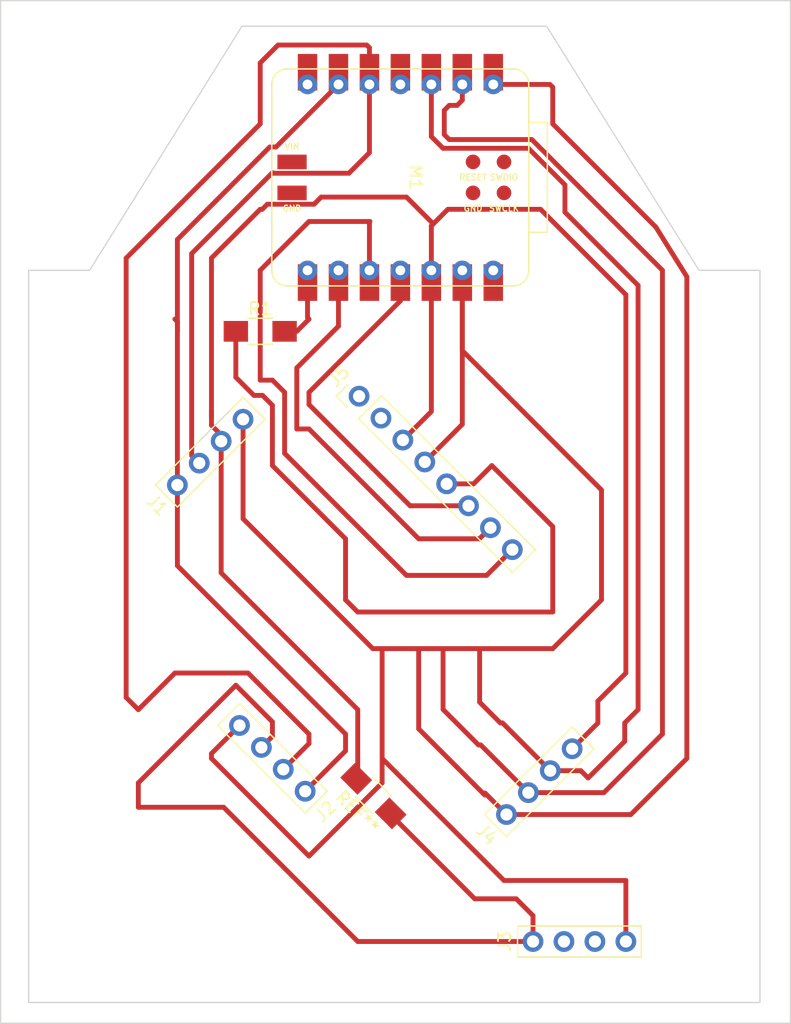
<source format=kicad_pcb>
(kicad_pcb (version 20221018) (generator pcbnew)
  (layers (0 "F.Cu" signal) (31 "B.Cu" signal) (34 "B.Paste" user) (35 "F.Paste" user) (36 "B.SilkS" user "B.Silkscreen") (37 "F.SilkS" user "F.Silkscreen") (38 "B.Mask" user) (39 "F.Mask" user) (44 "Edge.Cuts" user))
  (net 0 "")
  (net 1 "SDA")
  (net 2 "PWR_3V3")
  (net 3 "SCL")
  (net 8 "CS")
  (net 9 "MOSI")
  (net 10 "CLK")
  (net 11 "MISO")
  (net 14 "PWR_5V")
  (net 21 "B1")
  (net 22 "CS1")
  (footprint "fab:SeeedStudio_XIAO_RP2040" (layer "F.Cu") (at 130.5 72.385 -90)
    (fp_text reference "M1" (at 0 -1.27 -90 unlocked) (layer "F.SilkS"))
    (fp_text value "Module_XIAO-RP2040")
    (fp_text user "SWDIO" (at 0 -8.5 unlocked) (layer "F.SilkS") (effects (font (size 0.5 0.5) (thickness 0.1) bold)))
    (fp_text user "SWCLK" (at 2.54 -8.5 unlocked) (layer "F.SilkS") (effects (font (size 0.5 0.5) (thickness 0.1) bold)))
    (fp_text user "RESET" (at 0 -5.96 unlocked) (layer "F.SilkS") (effects (font (size 0.5 0.5) (thickness 0.1) bold)))
    (fp_text user "GND" (at 2.545 8.89 unlocked) (layer "F.SilkS") (effects (font (size 0.5 0.5) (thickness 0.1) bold)))
    (fp_text user "VIN" (at -2.535 8.89 unlocked) (layer "F.SilkS") (effects (font (size 0.5 0.5) (thickness 0.1) bold)))
    (fp_text user "GND" (at 2.54 -5.96 unlocked) (layer "F.SilkS") (effects (font (size 0.5 0.5) (thickness 0.1) bold)))
    (fp_line (start -8.8875 9.281) (end -8.8875 -9.261) (stroke (width 0.12)) (layer "F.SilkS"))
    (fp_line (start -7.6175 -10.531) (end 7.6225 -10.531) (stroke (width 0.12)) (layer "F.SilkS"))
    (fp_line (start 7.6225 10.551) (end -7.6175 10.551) (stroke (width 0.12)) (layer "F.SilkS"))
    (fp_line (start 8.8925 -9.261) (end 8.8925 9.281) (stroke (width 0.12)) (layer "F.SilkS"))
    (fp_rect (start -4.4975 -10.531) (end 4.5025 -12.055) (stroke (width 0.12)) (fill none) (layer "F.SilkS"))
    (fp_arc (start -8.8875 -9.261) (mid -8.515526 -10.159026) (end -7.6175 -10.531) (stroke (width 0.12)) (layer "F.SilkS"))
    (fp_arc (start -7.6175 10.551) (mid -8.515526 10.179026) (end -8.8875 9.281) (stroke (width 0.12)) (layer "F.SilkS"))
    (fp_arc (start 7.6225 -10.531) (mid 8.520526 -10.159026) (end 8.8925 -9.261) (stroke (width 0.12)) (layer "F.SilkS"))
    (fp_arc (start 8.8925 9.281) (mid 8.520526 10.179026) (end 7.6225 10.551) (stroke (width 0.12)) (layer "F.SilkS"))
    (pad "1" thru_hole circle (at -7.615 -7.62 270) (size 1.6 1.6) (drill 0.8) (layers "*.Cu" "*.Mask") (net 21 "B1"))
    (pad "1" smd rect (at -7.615 -7.62 270) (size 3 1.6) (drill (offset -1 0)) (layers "F.Cu" "F.Paste" "F.Mask") (net 21 "B1"))
    (pad "2" thru_hole circle (at -7.615 -5.08 270) (size 1.6 1.6) (drill 0.8) (layers "*.Cu" "*.Mask") (net 21 "B1"))
    (pad "2" smd rect (at -7.615 -5.08 270) (size 3 1.6) (drill (offset -1 0)) (layers "F.Cu" "F.Paste" "F.Mask") (net 21 "B1"))
    (pad "3" thru_hole circle (at -7.615 -2.54 270) (size 1.6 1.6) (drill 0.8) (layers "*.Cu" "*.Mask") (net 21 "B1"))
    (pad "3" smd rect (at -7.615 -2.54 270) (size 3 1.6) (drill (offset -1 0)) (layers "F.Cu" "F.Paste" "F.Mask") (net 21 "B1"))
    (pad "4" thru_hole circle (at -7.615 0 270) (size 1.6 1.6) (drill 0.8) (layers "*.Cu" "*.Mask"))
    (pad "4" smd rect (at -7.615 0 270) (size 3 1.6) (drill (offset -1 0)) (layers "F.Cu" "F.Paste" "F.Mask"))
    (pad "5" thru_hole circle (at -7.615 2.54 270) (size 1.6 1.6) (drill 0.8) (layers "*.Cu" "*.Mask") (net 1 "SDA"))
    (pad "5" smd rect (at -7.615 2.54 270) (size 3 1.6) (drill (offset -1 0)) (layers "F.Cu" "F.Paste" "F.Mask") (net 1 "SDA"))
    (pad "6" thru_hole circle (at -7.615 5.08 270) (size 1.6 1.6) (drill 0.8) (layers "*.Cu" "*.Mask") (net 3 "SCL"))
    (pad "6" smd rect (at -7.615 5.08 270) (size 3 1.6) (drill (offset -1 0)) (layers "F.Cu" "F.Paste" "F.Mask") (net 3 "SCL"))
    (pad "7" thru_hole circle (at -7.615 7.62 270) (size 1.6 1.6) (drill 0.8) (layers "*.Cu" "*.Mask"))
    (pad "7" smd rect (at -7.615 7.62 270) (size 3 1.6) (drill (offset -1 0)) (layers "F.Cu" "F.Paste" "F.Mask"))
    (pad "8" thru_hole circle (at 7.62 7.62 270) (size 1.6 1.6) (drill 0.8) (layers "*.Cu" "*.Mask") (net 8 "CS"))
    (pad "8" smd rect (at 7.62 7.62 270) (size 3 1.6) (drill (offset 1 0)) (layers "F.Cu" "F.Paste" "F.Mask") (net 8 "CS"))
    (pad "9" thru_hole circle (at 7.62 5.08 270) (size 1.6 1.6) (drill 0.8) (layers "*.Cu" "*.Mask") (net 10 "CLK"))
    (pad "9" smd rect (at 7.62 5.08 270) (size 3 1.6) (drill (offset 1 0)) (layers "F.Cu" "F.Paste" "F.Mask") (net 10 "CLK"))
    (pad "10" thru_hole circle (at 7.62 2.54 270) (size 1.6 1.6) (drill 0.8) (layers "*.Cu" "*.Mask") (net 11 "MISO"))
    (pad "10" smd rect (at 7.62 2.54 270) (size 3 1.6) (drill (offset 1 0)) (layers "F.Cu" "F.Paste" "F.Mask") (net 11 "MISO"))
    (pad "11" thru_hole circle (at 7.62 0 270) (size 1.6 1.6) (drill 0.8) (layers "*.Cu" "*.Mask") (net 9 "MOSI"))
    (pad "11" smd rect (at 7.62 0 270) (size 3 1.6) (drill (offset 1 0)) (layers "F.Cu" "F.Paste" "F.Mask") (net 9 "MOSI"))
    (pad "12" thru_hole circle (at 7.62 -2.54 270) (size 1.6 1.6) (drill 0.8) (layers "*.Cu" "*.Mask") (net 2 "PWR_3V3"))
    (pad "12" smd rect (at 7.62 -2.54 270) (size 3 1.6) (drill (offset 1 0)) (layers "F.Cu" "F.Paste" "F.Mask") (net 2 "PWR_3V3"))
    (pad "13" thru_hole circle (at 7.62 -5.08 270) (size 1.6 1.6) (drill 0.8) (layers "*.Cu" "*.Mask") (net 21 "B1"))
    (pad "13" smd rect (at 7.62 -5.08 270) (size 3 1.6) (drill (offset 1 0)) (layers "F.Cu" "F.Paste" "F.Mask") (net 21 "B1"))
    (pad "14" thru_hole circle (at 7.62 -7.62 270) (size 1.6 1.6) (drill 0.8) (layers "*.Cu" "*.Mask") (net 14 "PWR_5V"))
    (pad "14" smd rect (at 7.62 -7.62 270) (size 3 1.6) (drill (offset 1 0)) (layers "F.Cu" "F.Paste" "F.Mask") (net 14 "PWR_5V"))
    (pad "15" smd rect (at 1.275 8.89 180) (size 2.4 1.2) (layers "F.Cu" "F.Paste" "F.Mask"))
    (pad "16" smd rect (at -1.265 8.89 180) (size 2.4 1.2) (layers "F.Cu" "F.Paste" "F.Mask"))
    (pad "17" smd circle (at -1.27 -8.5 270) (size 1.2 1.2) (layers "F.Cu" "F.Paste" "F.Mask"))
    (pad "18" smd circle (at -1.27 -5.96 270) (size 1.2 1.2) (layers "F.Cu" "F.Paste" "F.Mask"))
    (pad "19" smd circle (at 1.27 -5.96 270) (size 1.2 1.2) (layers "F.Cu" "F.Paste" "F.Mask"))
    (pad "20" smd circle (at 1.27 -8.5 270) (size 1.2 1.2) (layers "F.Cu" "F.Paste" "F.Mask"))
  )
  (footprint "fab:PinHeader_1x04_P2.54mm_Vertical_THT_D1mm" (layer "F.Cu") (at 112.203949 97.596051 135)
    (fp_text reference "J1" (at 0 -2.33 135) (layer "F.SilkS"))
    (fp_text value "Conn_PinHeader_1x04_P2.54mm_Vertical_THT_D1mm")
    (fp_line (start -1.27 -1.27) (end -1.27 8.89) (stroke (width 0.12)) (layer "F.SilkS"))
    (fp_line (start -1.27 -1.27) (end 1.27 -1.27) (stroke (width 0.12)) (layer "F.SilkS"))
    (fp_line (start -1.27 8.89) (end 1.27 8.89) (stroke (width 0.12)) (layer "F.SilkS"))
    (fp_line (start 1.27 -1.27) (end 1.27 8.89) (stroke (width 0.12)) (layer "F.SilkS"))
    (pad "1" thru_hole oval (at 0 0 135) (size 1.7 1.7) (drill 1) (layers "*.Cu" "*.Mask") (net 3 "SCL"))
    (pad "2" thru_hole oval (at 0 2.54 135) (size 1.7 1.7) (drill 1) (layers "*.Cu" "*.Mask") (net 1 "SDA"))
    (pad "3" thru_hole oval (at 0 5.08 135) (size 1.7 1.7) (drill 1) (layers "*.Cu" "*.Mask") (net 2 "PWR_3V3"))
    (pad "4" thru_hole oval (at 0 7.62 135) (size 1.7 1.7) (drill 1) (layers "*.Cu" "*.Mask") (net 21 "B1"))
  )
  (footprint "fab:R_1206" (layer "F.Cu") (at 119 85)
    (fp_text reference "R1" (at 0 -1.85) (layer "F.SilkS"))
    (fp_text value "R_1206")
    (fp_line (start -1 -1.07) (end 1 -1.07) (stroke (width 0.12)) (layer "F.SilkS"))
    (fp_line (start 1 1.07) (end -1 1.07) (stroke (width 0.12)) (layer "F.SilkS"))
    (pad "1" smd rect (at -2 0) (size 2 1.7) (layers "F.Cu" "F.Paste" "F.Mask") (net 22 "CS1"))
    (pad "2" smd rect (at 2 0) (size 2 1.7) (layers "F.Cu" "F.Paste" "F.Mask") (net 8 "CS"))
  )
  (footprint "fab:R_1206" (layer "F.Cu") (at 128.285786 123.085786 135)
    (fp_text reference "REF**" (at 0 -1.85 135) (layer "F.SilkS"))
    (fp_text value "R_1206")
    (fp_line (start -1 -1.07) (end 1 -1.07) (stroke (width 0.12)) (layer "F.SilkS"))
    (fp_line (start 1 1.07) (end -1 1.07) (stroke (width 0.12)) (layer "F.SilkS"))
    (pad "1" smd rect (at -2 0 135) (size 2 1.7) (layers "F.Cu" "F.Paste" "F.Mask"))
    (pad "2" smd rect (at 2 0 135) (size 2 1.7) (layers "F.Cu" "F.Paste" "F.Mask"))
  )
  (footprint "fab:PinHeader_1x04_P2.54mm_Vertical_THT_D1mm" (layer "F.Cu") (at 122.687006 122.687006 -135)
    (fp_text reference "J2" (at 0 -2.33 45) (layer "F.SilkS"))
    (fp_text value "Conn_PinHeader_1x04_P2.54mm_Vertical_THT_D1mm")
    (fp_line (start -1.27 -1.27) (end -1.27 8.89) (stroke (width 0.12)) (layer "F.SilkS"))
    (fp_line (start -1.27 -1.27) (end 1.27 -1.27) (stroke (width 0.12)) (layer "F.SilkS"))
    (fp_line (start -1.27 8.89) (end 1.27 8.89) (stroke (width 0.12)) (layer "F.SilkS"))
    (fp_line (start 1.27 -1.27) (end 1.27 8.89) (stroke (width 0.12)) (layer "F.SilkS"))
    (pad "1" thru_hole oval (at 0 0 225) (size 1.7 1.7) (drill 1) (layers "*.Cu" "*.Mask") (net 3 "SCL"))
    (pad "2" thru_hole oval (at 0 2.54 225) (size 1.7 1.7) (drill 1) (layers "*.Cu" "*.Mask") (net 1 "SDA"))
    (pad "3" thru_hole oval (at 0 5.08 225) (size 1.7 1.7) (drill 1) (layers "*.Cu" "*.Mask") (net 2 "PWR_3V3"))
    (pad "4" thru_hole oval (at 0 7.62 225) (size 1.7 1.7) (drill 1) (layers "*.Cu" "*.Mask") (net 21 "B1"))
  )
  (footprint "fab:PinHeader_1x04_P2.54mm_Vertical_THT_D1mm" (layer "F.Cu") (at 141.38 135 90)
    (fp_text reference "J3" (at 0 -2.33 90) (layer "F.SilkS"))
    (fp_text value "Conn_PinHeader_1x04_P2.54mm_Vertical_THT_D1mm")
    (fp_line (start -1.27 -1.27) (end -1.27 8.89) (stroke (width 0.12)) (layer "F.SilkS"))
    (fp_line (start -1.27 -1.27) (end 1.27 -1.27) (stroke (width 0.12)) (layer "F.SilkS"))
    (fp_line (start -1.27 8.89) (end 1.27 8.89) (stroke (width 0.12)) (layer "F.SilkS"))
    (fp_line (start 1.27 -1.27) (end 1.27 8.89) (stroke (width 0.12)) (layer "F.SilkS"))
    (pad "1" thru_hole oval (at 0 0 90) (size 1.7 1.7) (drill 1) (layers "*.Cu" "*.Mask") (net 2 "PWR_3V3"))
    (pad "2" thru_hole oval (at 0 2.54 90) (size 1.7 1.7) (drill 1) (layers "*.Cu" "*.Mask"))
    (pad "3" thru_hole oval (at 0 5.08 90) (size 1.7 1.7) (drill 1) (layers "*.Cu" "*.Mask"))
    (pad "4" thru_hole oval (at 0 7.62 90) (size 1.7 1.7) (drill 1) (layers "*.Cu" "*.Mask") (net 21 "B1"))
  )
  (footprint "fab:PinHeader_1x04_P2.54mm_Vertical_THT_D1mm" (layer "F.Cu") (at 139.203949 124.596051 135)
    (fp_text reference "J4" (at 0 -2.33 135) (layer "F.SilkS"))
    (fp_text value "Conn_PinHeader_1x04_P2.54mm_Vertical_THT_D1mm")
    (fp_line (start -1.27 -1.27) (end -1.27 8.89) (stroke (width 0.12)) (layer "F.SilkS"))
    (fp_line (start -1.27 -1.27) (end 1.27 -1.27) (stroke (width 0.12)) (layer "F.SilkS"))
    (fp_line (start -1.27 8.89) (end 1.27 8.89) (stroke (width 0.12)) (layer "F.SilkS"))
    (fp_line (start 1.27 -1.27) (end 1.27 8.89) (stroke (width 0.12)) (layer "F.SilkS"))
    (pad "1" thru_hole oval (at 0 0 135) (size 1.7 1.7) (drill 1) (layers "*.Cu" "*.Mask") (net 21 "B1"))
    (pad "2" thru_hole oval (at 0 2.54 135) (size 1.7 1.7) (drill 1) (layers "*.Cu" "*.Mask") (net 21 "B1"))
    (pad "3" thru_hole oval (at 0 5.08 135) (size 1.7 1.7) (drill 1) (layers "*.Cu" "*.Mask") (net 21 "B1"))
    (pad "4" thru_hole oval (at 0 7.62 135) (size 1.7 1.7) (drill 1) (layers "*.Cu" "*.Mask") (net 2 "PWR_3V3"))
  )
  (footprint "fab:PinHeader_1x08_P2.54mm_Vertical_THT_D1mm" (layer "F.Cu") (at 127.111846 90.315795 45)
    (fp_text reference "J5" (at 0 -2.33 45) (layer "F.SilkS"))
    (fp_text value "Conn_PinHeader_1x08_P2.54mm_Vertical_THT_D1mm")
    (fp_line (start -1.33 -1.33) (end 0 -1.33) (stroke (width 0.12)) (layer "F.SilkS"))
    (fp_line (start -1.33 0) (end -1.33 -1.33) (stroke (width 0.12)) (layer "F.SilkS"))
    (fp_line (start -1.33 1.27) (end -1.33 19.11) (stroke (width 0.12)) (layer "F.SilkS"))
    (fp_line (start -1.33 1.27) (end 1.33 1.27) (stroke (width 0.12)) (layer "F.SilkS"))
    (fp_line (start -1.33 19.11) (end 1.33 19.11) (stroke (width 0.12)) (layer "F.SilkS"))
    (fp_line (start 1.33 1.27) (end 1.33 19.11) (stroke (width 0.12)) (layer "F.SilkS"))
    (pad "1" thru_hole circle (at 0 0 45) (size 1.7 1.7) (drill 1) (layers "*.Cu" "*.Mask"))
    (pad "2" thru_hole oval (at 0 2.54 45) (size 1.7 1.7) (drill 1) (layers "*.Cu" "*.Mask"))
    (pad "3" thru_hole oval (at 0 5.08 45) (size 1.7 1.7) (drill 1) (layers "*.Cu" "*.Mask") (net 2 "PWR_3V3"))
    (pad "4" thru_hole oval (at 0 7.62 45) (size 1.7 1.7) (drill 1) (layers "*.Cu" "*.Mask") (net 21 "B1"))
    (pad "5" thru_hole oval (at 0 10.16 45) (size 1.7 1.7) (drill 1) (layers "*.Cu" "*.Mask") (net 22 "CS1"))
    (pad "6" thru_hole oval (at 0 12.7 45) (size 1.7 1.7) (drill 1) (layers "*.Cu" "*.Mask") (net 9 "MOSI"))
    (pad "7" thru_hole oval (at 0 15.24 45) (size 1.7 1.7) (drill 1) (layers "*.Cu" "*.Mask") (net 10 "CLK"))
    (pad "8" thru_hole oval (at 0 17.78 45) (size 1.7 1.7) (drill 1) (layers "*.Cu" "*.Mask") (net 11 "MISO"))
  )
  (gr_line (start 130 60) (end 142.5 60) (stroke (width 0.1)) (layer "Edge.Cuts"))
  (gr_line (start 160 140) (end 160 80) (stroke (width 0.1)) (layer "Edge.Cuts"))
  (gr_line (start 100 80) (end 105 80) (stroke (width 0.1)) (layer "Edge.Cuts"))
  (gr_line (start 114 94) (end 116.5 91.5) (stroke (width 0.1)) (layer "Edge.Cuts"))
  (gr_line (start 130 60) (end 117.5 60) (stroke (width 0.1)) (layer "Edge.Cuts"))
  (gr_line (start 117.5 60) (end 105 80) (stroke (width 0.1)) (layer "Edge.Cuts"))
  (gr_line (start 100 80) (end 100 140) (stroke (width 0.1)) (layer "Edge.Cuts"))
  (gr_line (start 100 140) (end 160 140) (stroke (width 0.1)) (layer "Edge.Cuts"))
  (gr_rect (start 97.7 57.9) (end 162.5 141.7) (stroke (width 0.1)) (fill none) (layer "Edge.Cuts"))
  (gr_line (start 142.5 60) (end 155 80) (stroke (width 0.1)) (layer "Edge.Cuts"))
  (gr_line (start 160 80) (end 155 80) (stroke (width 0.1)) (layer "Edge.Cuts"))
  (segment (start 126.275 72.045) (end 120.045 72.045) (width 0.4) (layer "F.Cu") (net 1))
  (segment (start 127.96 61.76) (end 127.740069 61.540069) (width 0.4) (layer "F.Cu") (net 1))
  (segment (start 119 63) (end 119 68) (width 0.4) (layer "F.Cu") (net 1))
  (segment (start 127.96 64.77) (end 127.96 70.36) (width 0.4) (layer "F.Cu") (net 1))
  (segment (start 113.375 95.175) (end 114 95.8) (width 0.4) (layer "F.Cu") (net 1))
  (segment (start 127.96 70.36) (end 126.275 72.045) (width 0.4) (layer "F.Cu") (net 1))
  (segment (start 112 113) (end 118 113) (width 0.4) (layer "F.Cu") (net 1))
  (segment (start 123 118.78191) (end 120.890955 120.890955) (width 0.4) (layer "F.Cu") (net 1))
  (segment (start 127.740069 61.540069) (end 120.459931 61.540069) (width 0.4) (layer "F.Cu") (net 1))
  (segment (start 119 68) (end 108 79) (width 0.4) (layer "F.Cu") (net 1))
  (segment (start 109 116) (end 112 113) (width 0.4) (layer "F.Cu") (net 1))
  (segment (start 108 115) (end 109 116) (width 0.4) (layer "F.Cu") (net 1))
  (segment (start 123 118) (end 123 118.78191) (width 0.4) (layer "F.Cu") (net 1))
  (segment (start 113.375 78.625) (end 113.375 95.175) (width 0.4) (layer "F.Cu") (net 1))
  (segment (start 108 79) (end 108 115) (width 0.4) (layer "F.Cu") (net 1))
  (segment (start 127.96 64.77) (end 127.96 61.76) (width 0.4) (layer "F.Cu") (net 1))
  (segment (start 120.459931 61.540069) (end 119 63) (width 0.4) (layer "F.Cu") (net 1))
  (segment (start 118 113) (end 123 118) (width 0.4) (layer "F.Cu") (net 1))
  (segment (start 120.045 72.045) (end 120 72) (width 0.4) (layer "F.Cu") (net 1))
  (segment (start 120 72) (end 113.375 78.625) (width 0.4) (layer "F.Cu") (net 1))
  (segment (start 119.17 75) (end 119 75) (width 0.4) (layer "F.Cu") (net 2))
  (segment (start 149 113) (end 146.701148 115.298852) (width 0.4) (layer "F.Cu") (net 2))
  (segment (start 133.197005 76.197005) (end 131.585 74.585) (width 0.4) (layer "F.Cu") (net 2))
  (segment (start 127 135) (end 141.38 135) (width 0.4) (layer "F.Cu") (net 2))
  (segment (start 115 79) (end 115 92) (width 0.4) (layer "F.Cu") (net 2))
  (segment (start 116 124) (end 127 135) (width 0.4) (layer "F.Cu") (net 2))
  (segment (start 124 74) (end 123.415 74.585) (width 0.4) (layer "F.Cu") (net 2))
  (segment (start 127 116) (end 127 121) (width 0.4) (layer "F.Cu") (net 2))
  (segment (start 120 117) (end 117 114) (width 0.4) (layer "F.Cu") (net 2))
  (segment (start 120 118.189808) (end 120 117) (width 0.4) (layer "F.Cu") (net 2))
  (segment (start 119 75) (end 115 79) (width 0.4) (layer "F.Cu") (net 2))
  (segment (start 149 82) (end 149 113) (width 0.4) (layer "F.Cu") (net 2))
  (segment (start 123.415 74.585) (end 119.585 74.585) (width 0.4) (layer "F.Cu") (net 2))
  (segment (start 141.38 132.88) (end 140 131.5) (width 0.4) (layer "F.Cu") (net 2))
  (segment (start 134.39401 75) (end 142 75) (width 0.4) (layer "F.Cu") (net 2))
  (segment (start 131.585 74.585) (end 131 74) (width 0.4) (layer "F.Cu") (net 2))
  (segment (start 109 124) (end 116 124) (width 0.4) (layer "F.Cu") (net 2))
  (segment (start 109 122) (end 109 124) (width 0.4) (layer "F.Cu") (net 2))
  (segment (start 133.04 91.571845) (end 133.04 80.005) (width 0.4) (layer "F.Cu") (net 2))
  (segment (start 115.796051 104.796051) (end 127 116) (width 0.4) (layer "F.Cu") (net 2))
  (segment (start 130.703948 93.907897) (end 133.04 91.571845) (width 0.4) (layer "F.Cu") (net 2))
  (segment (start 133.197005 76.197005) (end 134.39401 75) (width 0.4) (layer "F.Cu") (net 2))
  (segment (start 141.38 135) (end 141.38 132.88) (width 0.4) (layer "F.Cu") (net 2))
  (segment (start 140 131.5) (end 136.6 131.5) (width 0.4) (layer "F.Cu") (net 2))
  (segment (start 115 92.7) (end 115.6 93.3) (width 0.4) (layer "F.Cu") (net 2))
  (segment (start 142 75) (end 149 82) (width 0.4) (layer "F.Cu") (net 2))
  (segment (start 146.701148 117.098852) (end 144.592103 119.207897) (width 0.4) (layer "F.Cu") (net 2))
  (segment (start 117 114) (end 109 122) (width 0.4) (layer "F.Cu") (net 2))
  (segment (start 119.094904 119.094904) (end 120 118.189808) (width 0.4) (layer "F.Cu") (net 2))
  (segment (start 131 74) (end 124 74) (width 0.4) (layer "F.Cu") (net 2))
  (segment (start 115.796051 94.003949) (end 115.796051 104.796051) (width 0.4) (layer "F.Cu") (net 2))
  (segment (start 146.701148 115.298852) (end 146.701148 117.098852) (width 0.4) (layer "F.Cu") (net 2))
  (segment (start 115 91.5) (end 115 92.7) (width 0.4) (layer "F.Cu") (net 2))
  (segment (start 133.04 80.005) (end 133.04 76.35401) (width 0.4) (layer "F.Cu") (net 2))
  (segment (start 136.6 131.5) (end 129.8 124.7) (width 0.4) (layer "F.Cu") (net 2))
  (segment (start 133.04 76.35401) (end 133.197005 76.197005) (width 0.4) (layer "F.Cu") (net 2))
  (segment (start 119.585 74.585) (end 119.17 75) (width 0.4) (layer "F.Cu") (net 2))
  (segment (start 112.203949 104.203949) (end 126 118) (width 0.4) (layer "F.Cu") (net 3))
  (segment (start 112.203949 85) (end 112.203949 84.203949) (width 0.4) (layer "F.Cu") (net 3))
  (segment (start 125.42 64.77) (end 120.295 69.895) (width 0.4) (layer "F.Cu") (net 3))
  (segment (start 112.203949 85) (end 112.203949 97.596051) (width 0.4) (layer "F.Cu") (net 3))
  (segment (start 126 118) (end 126 119.374012) (width 0.4) (layer "F.Cu") (net 3))
  (segment (start 112.203949 77.476051) (end 112.203949 85) (width 0.4) (layer "F.Cu") (net 3))
  (segment (start 119.785 69.895) (end 112.203949 77.476051) (width 0.4) (layer "F.Cu") (net 3))
  (segment (start 112.203949 97.596051) (end 112.203949 104.203949) (width 0.4) (layer "F.Cu") (net 3))
  (segment (start 120.295 69.895) (end 119.785 69.895) (width 0.4) (layer "F.Cu") (net 3))
  (segment (start 112.203949 84.203949) (end 112 84) (width 0.4) (layer "F.Cu") (net 3))
  (segment (start 126 119.374012) (end 122.687006 122.687006) (width 0.4) (layer "F.Cu") (net 3))
  (segment (start 121 85) (end 122 85) (width 0.4) (layer "F.Cu") (net 8))
  (segment (start 122 85) (end 123 84) (width 0.4) (layer "F.Cu") (net 8))
  (segment (start 122.88 83.88) (end 122.88 80.005) (width 0.4) (layer "F.Cu") (net 8))
  (segment (start 123 84) (end 122.88 83.88) (width 0.4) (layer "F.Cu") (net 8))
  (segment (start 123 91) (end 123 90) (width 0.4) (layer "F.Cu") (net 9))
  (segment (start 130.5 82.5) (end 130.5 80.005) (width 0.4) (layer "F.Cu") (net 9))
  (segment (start 136.092102 99.296051) (end 131.296051 99.296051) (width 0.4) (layer "F.Cu") (net 9))
  (segment (start 123 90) (end 130.5 82.5) (width 0.4) (layer "F.Cu") (net 9))
  (segment (start 131.296051 99.296051) (end 123 91) (width 0.4) (layer "F.Cu") (net 9))
  (segment (start 122 93) (end 122 88) (width 0.4) (layer "F.Cu") (net 10))
  (segment (start 137.888153 101.092102) (end 136.980255 102) (width 0.4) (layer "F.Cu") (net 10))
  (segment (start 123 93) (end 122 93) (width 0.4) (layer "F.Cu") (net 10))
  (segment (start 132 102) (end 123 93) (width 0.4) (layer "F.Cu") (net 10))
  (segment (start 125.42 84.58) (end 125.42 80.005) (width 0.4) (layer "F.Cu") (net 10))
  (segment (start 122 88) (end 125.42 84.58) (width 0.4) (layer "F.Cu") (net 10))
  (segment (start 136.980255 102) (end 132 102) (width 0.4) (layer "F.Cu") (net 10))
  (segment (start 127.96 76.04) (end 127.96 80.005) (width 0.4) (layer "F.Cu") (net 11))
  (segment (start 139.684205 102.888154) (end 137.572359 105) (width 0.4) (layer "F.Cu") (net 11))
  (segment (start 119 89) (end 119 80) (width 0.4) (layer "F.Cu") (net 11))
  (segment (start 131 105) (end 121 95) (width 0.4) (layer "F.Cu") (net 11))
  (segment (start 121 90) (end 120 89) (width 0.4) (layer "F.Cu") (net 11))
  (segment (start 120 89) (end 119 89) (width 0.4) (layer "F.Cu") (net 11))
  (segment (start 121 95) (end 121 90) (width 0.4) (layer "F.Cu") (net 11))
  (segment (start 128 76) (end 127.96 76.04) (width 0.4) (layer "F.Cu") (net 11))
  (segment (start 137.572359 105) (end 131 105) (width 0.4) (layer "F.Cu") (net 11))
  (segment (start 123 76) (end 128 76) (width 0.4) (layer "F.Cu") (net 11))
  (segment (start 119 80) (end 123 76) (width 0.4) (layer "F.Cu") (net 11))
  (segment (start 129 120) (end 139 130) (width 0.4) (layer "F.Cu") (net 21))
  (segment (start 137.090955 118.890955) (end 141 122.8) (width 0.4) (layer "F.Cu") (net 21))
  (segment (start 148.905096 117.094904) (end 148.905096 118.594904) (width 0.4) (layer "F.Cu") (net 21))
  (segment (start 154 120) (end 149.403949 124.596051) (width 0.4) (layer "F.Cu") (net 21))
  (segment (start 151.462256 76.462256) (end 154 80.522646) (width 0.4) (layer "F.Cu") (net 21))
  (segment (start 144 73) (end 144 75.232234) (width 0.4) (layer "F.Cu") (net 21))
  (segment (start 135.58 86.58) (end 147 98) (width 0.4) (layer "F.Cu") (net 21))
  (segment (start 117.592103 100.359869) (end 117.592103 92.207897) (width 0.4) (layer "F.Cu") (net 21))
  (segment (start 135.58 64.77) (end 135.58 66.06) (width 0.4) (layer "F.Cu") (net 21))
  (segment (start 148.905096 118.594904) (end 145.9 121.6) (width 0.4) (layer "F.Cu") (net 21))
  (segment (start 138.705096 117.094904) (end 138.887006 117.094904) (width 0.4) (layer "F.Cu") (net 21))
  (segment (start 137.444904 122.837006) (end 139.203949 124.596051) (width 0.4) (layer "F.Cu") (net 21))
  (segment (start 123 128) (end 115 120) (width 0.4) (layer "F.Cu") (net 21))
  (segment (start 134.51005 66.485) (end 134.1 66.89505) (width 0.4) (layer "F.Cu") (net 21))
  (segment (start 150 116) (end 148.905096 117.094904) (width 0.4) (layer "F.Cu") (net 21))
  (segment (start 134.1 68.87495) (end 134.51005 69.285) (width 0.4) (layer "F.Cu") (net 21))
  (segment (start 132 111) (end 129 111) (width 0.4) (layer "F.Cu") (net 21))
  (segment (start 141 70) (end 144 73) (width 0.4) (layer "F.Cu") (net 21))
  (segment (start 129 120) (end 129 122) (width 0.4) (layer "F.Cu") (net 21))
  (segment (start 134.51005 69.285) (end 141.285 69.285) (width 0.4) (layer "F.Cu") (net 21))
  (segment (start 137 111) (end 134 111) (width 0.4) (layer "F.Cu") (net 21))
  (segment (start 141.285 69.285) (end 152 80) (width 0.4) (layer "F.Cu") (net 21))
  (segment (start 132 111) (end 132 117.574012) (width 0.4) (layer "F.Cu") (net 21))
  (segment (start 143 68) (end 151.462256 76.462256) (width 0.4) (layer "F.Cu") (net 21))
  (segment (start 133.04 69.04) (end 134 70) (width 0.4) (layer "F.Cu") (net 21))
  (segment (start 135.58 92.623949) (end 135.58 80.005) (width 0.4) (layer "F.Cu") (net 21))
  (segment (start 134 111) (end 134 115.98191) (width 0.4) (layer "F.Cu") (net 21))
  (segment (start 137.262994 122.837006) (end 137.444904 122.837006) (width 0.4) (layer "F.Cu") (net 21))
  (segment (start 152 118) (end 147.2 122.8) (width 0.4) (layer "F.Cu") (net 21))
  (segment (start 135.58 80.005) (end 135.58 86.58) (width 0.4) (layer "F.Cu") (net 21))
  (segment (start 138.887006 117.094904) (end 142.796051 121.003949) (width 0.4) (layer "F.Cu") (net 21))
  (segment (start 134 115.98191) (end 136.909045 118.890955) (width 0.4) (layer "F.Cu") (net 21))
  (segment (start 134.1 66.89505) (end 134.1 68.87495) (width 0.4) (layer "F.Cu") (net 21))
  (segment (start 145.9 121.6) (end 145.303949 121.003949) (width 0.4) (layer "F.Cu") (net 21))
  (segment (start 133.04 64.77) (end 133.04 69.04) (width 0.4) (layer "F.Cu") (net 21))
  (segment (start 129 122) (end 126 125) (width 0.4) (layer "F.Cu") (net 21))
  (segment (start 147 107) (end 143 111) (width 0.4) (layer "F.Cu") (net 21))
  (segment (start 150 81.232234) (end 150 116) (width 0.4) (layer "F.Cu") (net 21))
  (segment (start 134 111) (end 132 111) (width 0.4) (layer "F.Cu") (net 21))
  (segment (start 126 125) (end 123 128) (width 0.4) (layer "F.Cu") (net 21))
  (segment (start 138.12 64.77) (end 142.77 64.77) (width 0.4) (layer "F.Cu") (net 21))
  (segment (start 115 120) (end 115 119.597704) (width 0.4) (layer "F.Cu") (net 21))
  (segment (start 135.58 66.06) (end 135.155 66.485) (width 0.4) (layer "F.Cu") (net 21))
  (segment (start 137 115.389808) (end 138.705096 117.094904) (width 0.4) (layer "F.Cu") (net 21))
  (segment (start 129 111) (end 129 120) (width 0.4) (layer "F.Cu") (net 21))
  (segment (start 149 130) (end 149 135) (width 0.4) (layer "F.Cu") (net 21))
  (segment (start 134 70) (end 141 70) (width 0.4) (layer "F.Cu") (net 21))
  (segment (start 132.5 95.703949) (end 135.58 92.623949) (width 0.4) (layer "F.Cu") (net 21))
  (segment (start 145.303949 121.003949) (end 142.796051 121.003949) (width 0.4) (layer "F.Cu") (net 21))
  (segment (start 139 130) (end 149 130) (width 0.4) (layer "F.Cu") (net 21))
  (segment (start 152 80) (end 152 118) (width 0.4) (layer "F.Cu") (net 21))
  (segment (start 147.2 122.8) (end 141 122.8) (width 0.4) (layer "F.Cu") (net 21))
  (segment (start 136.909045 118.890955) (end 137.090955 118.890955) (width 0.4) (layer "F.Cu") (net 21))
  (segment (start 137.425988 123) (end 137.262994 122.837006) (width 0.4) (layer "F.Cu") (net 21))
  (segment (start 137 111) (end 137 115.389808) (width 0.4) (layer "F.Cu") (net 21))
  (segment (start 149.403949 124.596051) (end 139.203949 124.596051) (width 0.4) (layer "F.Cu") (net 21))
  (segment (start 154 80.522646) (end 154 120) (width 0.4) (layer "F.Cu") (net 21))
  (segment (start 115 119.597704) (end 117.298852 117.298852) (width 0.4) (layer "F.Cu") (net 21))
  (segment (start 128.232234 111) (end 117.592103 100.359869) (width 0.4) (layer "F.Cu") (net 21))
  (segment (start 143 111) (end 137 111) (width 0.4) (layer "F.Cu") (net 21))
  (segment (start 137.262994 122.837006) (end 135.112994 120.687006) (width 0.4) (layer "F.Cu") (net 21))
  (segment (start 147 98) (end 147 107) (width 0.4) (layer "F.Cu") (net 21))
  (segment (start 142.77 64.77) (end 143 65) (width 0.4) (layer "F.Cu") (net 21))
  (segment (start 132 117.574012) (end 135.112994 120.687006) (width 0.4) (layer "F.Cu") (net 21))
  (segment (start 129 111) (end 128.232234 111) (width 0.4) (layer "F.Cu") (net 21))
  (segment (start 143 65) (end 143 68) (width 0.4) (layer "F.Cu") (net 21))
  (segment (start 144 75.232234) (end 150 81.232234) (width 0.4) (layer "F.Cu") (net 21))
  (segment (start 135.155 66.485) (end 134.51005 66.485) (width 0.4) (layer "F.Cu") (net 21))
  (segment (start 136.5 97.5) (end 138 96) (width 0.4) (layer "F.Cu") (net 22))
  (segment (start 120 91.06066) (end 119.18934 90.25) (width 0.4) (layer "F.Cu") (net 22))
  (segment (start 138 96) (end 143 101) (width 0.4) (layer "F.Cu") (net 22))
  (segment (start 119.18934 90.25) (end 118.482233 90.25) (width 0.4) (layer "F.Cu") (net 22))
  (segment (start 126 102) (end 120 96) (width 0.4) (layer "F.Cu") (net 22))
  (segment (start 118.482233 90.25) (end 117 88.767767) (width 0.4) (layer "F.Cu") (net 22))
  (segment (start 134.296051 97.5) (end 136.5 97.5) (width 0.4) (layer "F.Cu") (net 22))
  (segment (start 117 85) (end 117.75 85) (width 0.4) (layer "F.Cu") (net 22))
  (segment (start 120 96) (end 120 91.06066) (width 0.4) (layer "F.Cu") (net 22))
  (segment (start 117 88.767767) (end 117 85) (width 0.4) (layer "F.Cu") (net 22))
  (segment (start 127 108) (end 126 107) (width 0.4) (layer "F.Cu") (net 22))
  (segment (start 143 101) (end 143 108) (width 0.4) (layer "F.Cu") (net 22))
  (segment (start 126 107) (end 126 102) (width 0.4) (layer "F.Cu") (net 22))
  (segment (start 143 108) (end 127 108) (width 0.4) (layer "F.Cu") (net 22))
)
</source>
